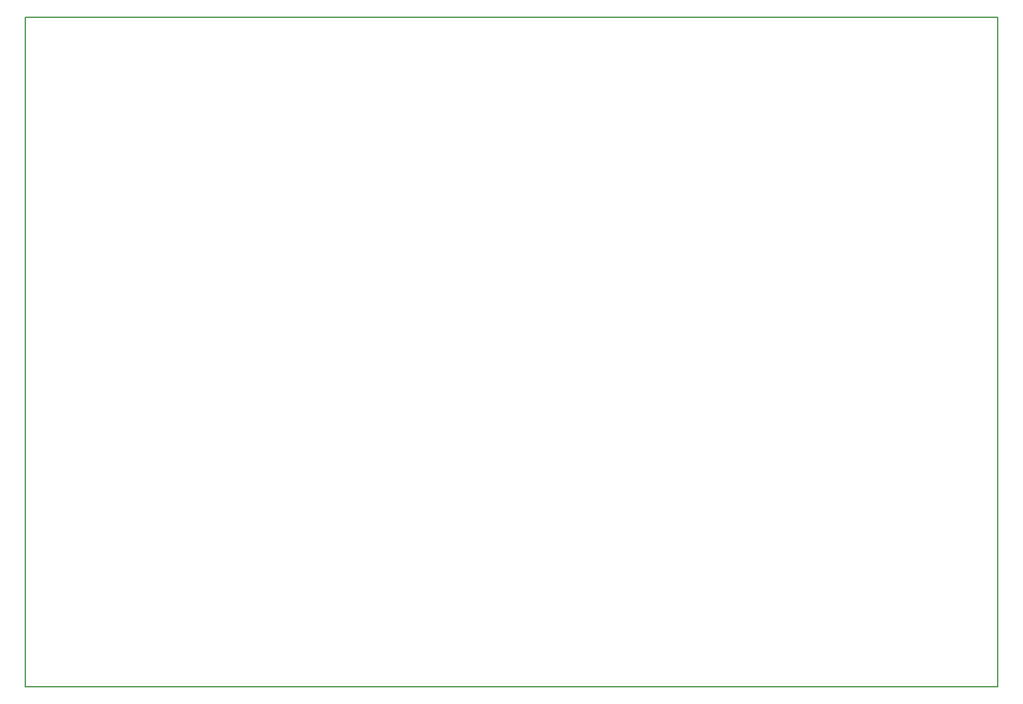
<source format=gko>
G04 Layer_Color=16711935*
%FSLAX44Y44*%
%MOMM*%
G71*
G01*
G75*
%ADD50C,0.2000*%
%ADD94C,0.2032*%
D50*
X-1017000Y-35000D02*
Y883000D01*
D94*
Y-35000D02*
X317938D01*
X-1017000Y883000D02*
X317938D01*
Y-35000D02*
Y883000D01*
M02*

</source>
